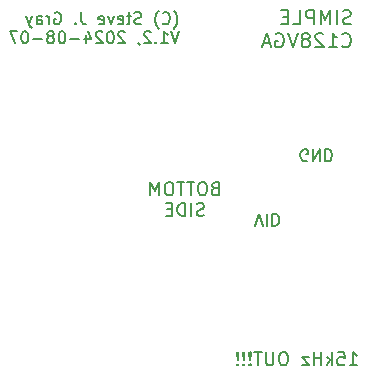
<source format=gbr>
%TF.GenerationSoftware,KiCad,Pcbnew,8.0.4*%
%TF.CreationDate,2024-08-07T16:27:42-04:00*%
%TF.ProjectId,C128VGA,43313238-5647-4412-9e6b-696361645f70,1.0*%
%TF.SameCoordinates,Original*%
%TF.FileFunction,Legend,Bot*%
%TF.FilePolarity,Positive*%
%FSLAX46Y46*%
G04 Gerber Fmt 4.6, Leading zero omitted, Abs format (unit mm)*
G04 Created by KiCad (PCBNEW 8.0.4) date 2024-08-07 16:27:42*
%MOMM*%
%LPD*%
G01*
G04 APERTURE LIST*
%ADD10C,0.150000*%
%ADD11C,0.200000*%
%ADD12C,0.160000*%
G04 APERTURE END LIST*
D10*
X248945421Y-90258780D02*
X249278754Y-89258780D01*
X249278754Y-89258780D02*
X249612087Y-90258780D01*
X249945421Y-89258780D02*
X249945421Y-90258780D01*
X250421611Y-89258780D02*
X250421611Y-90258780D01*
X250421611Y-90258780D02*
X250659706Y-90258780D01*
X250659706Y-90258780D02*
X250802563Y-90211161D01*
X250802563Y-90211161D02*
X250897801Y-90115923D01*
X250897801Y-90115923D02*
X250945420Y-90020685D01*
X250945420Y-90020685D02*
X250993039Y-89830209D01*
X250993039Y-89830209D02*
X250993039Y-89687352D01*
X250993039Y-89687352D02*
X250945420Y-89496876D01*
X250945420Y-89496876D02*
X250897801Y-89401638D01*
X250897801Y-89401638D02*
X250802563Y-89306400D01*
X250802563Y-89306400D02*
X250659706Y-89258780D01*
X250659706Y-89258780D02*
X250421611Y-89258780D01*
D11*
X257068850Y-73164667D02*
X256897422Y-73221809D01*
X256897422Y-73221809D02*
X256611707Y-73221809D01*
X256611707Y-73221809D02*
X256497422Y-73164667D01*
X256497422Y-73164667D02*
X256440279Y-73107524D01*
X256440279Y-73107524D02*
X256383136Y-72993238D01*
X256383136Y-72993238D02*
X256383136Y-72878952D01*
X256383136Y-72878952D02*
X256440279Y-72764667D01*
X256440279Y-72764667D02*
X256497422Y-72707524D01*
X256497422Y-72707524D02*
X256611707Y-72650381D01*
X256611707Y-72650381D02*
X256840279Y-72593238D01*
X256840279Y-72593238D02*
X256954564Y-72536095D01*
X256954564Y-72536095D02*
X257011707Y-72478952D01*
X257011707Y-72478952D02*
X257068850Y-72364667D01*
X257068850Y-72364667D02*
X257068850Y-72250381D01*
X257068850Y-72250381D02*
X257011707Y-72136095D01*
X257011707Y-72136095D02*
X256954564Y-72078952D01*
X256954564Y-72078952D02*
X256840279Y-72021809D01*
X256840279Y-72021809D02*
X256554564Y-72021809D01*
X256554564Y-72021809D02*
X256383136Y-72078952D01*
X255868850Y-73221809D02*
X255868850Y-72021809D01*
X255297421Y-73221809D02*
X255297421Y-72021809D01*
X255297421Y-72021809D02*
X254897421Y-72878952D01*
X254897421Y-72878952D02*
X254497421Y-72021809D01*
X254497421Y-72021809D02*
X254497421Y-73221809D01*
X253925992Y-73221809D02*
X253925992Y-72021809D01*
X253925992Y-72021809D02*
X253468849Y-72021809D01*
X253468849Y-72021809D02*
X253354564Y-72078952D01*
X253354564Y-72078952D02*
X253297421Y-72136095D01*
X253297421Y-72136095D02*
X253240278Y-72250381D01*
X253240278Y-72250381D02*
X253240278Y-72421809D01*
X253240278Y-72421809D02*
X253297421Y-72536095D01*
X253297421Y-72536095D02*
X253354564Y-72593238D01*
X253354564Y-72593238D02*
X253468849Y-72650381D01*
X253468849Y-72650381D02*
X253925992Y-72650381D01*
X252154564Y-73221809D02*
X252725992Y-73221809D01*
X252725992Y-73221809D02*
X252725992Y-72021809D01*
X251754563Y-72593238D02*
X251354563Y-72593238D01*
X251183135Y-73221809D02*
X251754563Y-73221809D01*
X251754563Y-73221809D02*
X251754563Y-72021809D01*
X251754563Y-72021809D02*
X251183135Y-72021809D01*
X256325993Y-75039457D02*
X256383136Y-75096600D01*
X256383136Y-75096600D02*
X256554564Y-75153742D01*
X256554564Y-75153742D02*
X256668850Y-75153742D01*
X256668850Y-75153742D02*
X256840279Y-75096600D01*
X256840279Y-75096600D02*
X256954564Y-74982314D01*
X256954564Y-74982314D02*
X257011707Y-74868028D01*
X257011707Y-74868028D02*
X257068850Y-74639457D01*
X257068850Y-74639457D02*
X257068850Y-74468028D01*
X257068850Y-74468028D02*
X257011707Y-74239457D01*
X257011707Y-74239457D02*
X256954564Y-74125171D01*
X256954564Y-74125171D02*
X256840279Y-74010885D01*
X256840279Y-74010885D02*
X256668850Y-73953742D01*
X256668850Y-73953742D02*
X256554564Y-73953742D01*
X256554564Y-73953742D02*
X256383136Y-74010885D01*
X256383136Y-74010885D02*
X256325993Y-74068028D01*
X255183136Y-75153742D02*
X255868850Y-75153742D01*
X255525993Y-75153742D02*
X255525993Y-73953742D01*
X255525993Y-73953742D02*
X255640279Y-74125171D01*
X255640279Y-74125171D02*
X255754564Y-74239457D01*
X255754564Y-74239457D02*
X255868850Y-74296600D01*
X254725993Y-74068028D02*
X254668850Y-74010885D01*
X254668850Y-74010885D02*
X254554565Y-73953742D01*
X254554565Y-73953742D02*
X254268850Y-73953742D01*
X254268850Y-73953742D02*
X254154565Y-74010885D01*
X254154565Y-74010885D02*
X254097422Y-74068028D01*
X254097422Y-74068028D02*
X254040279Y-74182314D01*
X254040279Y-74182314D02*
X254040279Y-74296600D01*
X254040279Y-74296600D02*
X254097422Y-74468028D01*
X254097422Y-74468028D02*
X254783136Y-75153742D01*
X254783136Y-75153742D02*
X254040279Y-75153742D01*
X253354565Y-74468028D02*
X253468850Y-74410885D01*
X253468850Y-74410885D02*
X253525993Y-74353742D01*
X253525993Y-74353742D02*
X253583136Y-74239457D01*
X253583136Y-74239457D02*
X253583136Y-74182314D01*
X253583136Y-74182314D02*
X253525993Y-74068028D01*
X253525993Y-74068028D02*
X253468850Y-74010885D01*
X253468850Y-74010885D02*
X253354565Y-73953742D01*
X253354565Y-73953742D02*
X253125993Y-73953742D01*
X253125993Y-73953742D02*
X253011708Y-74010885D01*
X253011708Y-74010885D02*
X252954565Y-74068028D01*
X252954565Y-74068028D02*
X252897422Y-74182314D01*
X252897422Y-74182314D02*
X252897422Y-74239457D01*
X252897422Y-74239457D02*
X252954565Y-74353742D01*
X252954565Y-74353742D02*
X253011708Y-74410885D01*
X253011708Y-74410885D02*
X253125993Y-74468028D01*
X253125993Y-74468028D02*
X253354565Y-74468028D01*
X253354565Y-74468028D02*
X253468850Y-74525171D01*
X253468850Y-74525171D02*
X253525993Y-74582314D01*
X253525993Y-74582314D02*
X253583136Y-74696600D01*
X253583136Y-74696600D02*
X253583136Y-74925171D01*
X253583136Y-74925171D02*
X253525993Y-75039457D01*
X253525993Y-75039457D02*
X253468850Y-75096600D01*
X253468850Y-75096600D02*
X253354565Y-75153742D01*
X253354565Y-75153742D02*
X253125993Y-75153742D01*
X253125993Y-75153742D02*
X253011708Y-75096600D01*
X253011708Y-75096600D02*
X252954565Y-75039457D01*
X252954565Y-75039457D02*
X252897422Y-74925171D01*
X252897422Y-74925171D02*
X252897422Y-74696600D01*
X252897422Y-74696600D02*
X252954565Y-74582314D01*
X252954565Y-74582314D02*
X253011708Y-74525171D01*
X253011708Y-74525171D02*
X253125993Y-74468028D01*
X252554565Y-73953742D02*
X252154565Y-75153742D01*
X252154565Y-75153742D02*
X251754565Y-73953742D01*
X250725994Y-74010885D02*
X250840280Y-73953742D01*
X250840280Y-73953742D02*
X251011708Y-73953742D01*
X251011708Y-73953742D02*
X251183137Y-74010885D01*
X251183137Y-74010885D02*
X251297422Y-74125171D01*
X251297422Y-74125171D02*
X251354565Y-74239457D01*
X251354565Y-74239457D02*
X251411708Y-74468028D01*
X251411708Y-74468028D02*
X251411708Y-74639457D01*
X251411708Y-74639457D02*
X251354565Y-74868028D01*
X251354565Y-74868028D02*
X251297422Y-74982314D01*
X251297422Y-74982314D02*
X251183137Y-75096600D01*
X251183137Y-75096600D02*
X251011708Y-75153742D01*
X251011708Y-75153742D02*
X250897422Y-75153742D01*
X250897422Y-75153742D02*
X250725994Y-75096600D01*
X250725994Y-75096600D02*
X250668851Y-75039457D01*
X250668851Y-75039457D02*
X250668851Y-74639457D01*
X250668851Y-74639457D02*
X250897422Y-74639457D01*
X250211708Y-74810885D02*
X249640280Y-74810885D01*
X250325994Y-75153742D02*
X249925994Y-73953742D01*
X249925994Y-73953742D02*
X249525994Y-75153742D01*
D10*
X256953780Y-102067180D02*
X257582352Y-102067180D01*
X257268066Y-102067180D02*
X257268066Y-100967180D01*
X257268066Y-100967180D02*
X257372828Y-101124323D01*
X257372828Y-101124323D02*
X257477590Y-101229085D01*
X257477590Y-101229085D02*
X257582352Y-101281466D01*
X255958542Y-100967180D02*
X256482352Y-100967180D01*
X256482352Y-100967180D02*
X256534733Y-101490990D01*
X256534733Y-101490990D02*
X256482352Y-101438609D01*
X256482352Y-101438609D02*
X256377590Y-101386228D01*
X256377590Y-101386228D02*
X256115685Y-101386228D01*
X256115685Y-101386228D02*
X256010923Y-101438609D01*
X256010923Y-101438609D02*
X255958542Y-101490990D01*
X255958542Y-101490990D02*
X255906161Y-101595752D01*
X255906161Y-101595752D02*
X255906161Y-101857657D01*
X255906161Y-101857657D02*
X255958542Y-101962419D01*
X255958542Y-101962419D02*
X256010923Y-102014800D01*
X256010923Y-102014800D02*
X256115685Y-102067180D01*
X256115685Y-102067180D02*
X256377590Y-102067180D01*
X256377590Y-102067180D02*
X256482352Y-102014800D01*
X256482352Y-102014800D02*
X256534733Y-101962419D01*
X255434733Y-102067180D02*
X255434733Y-100967180D01*
X255329971Y-101648133D02*
X255015685Y-102067180D01*
X255015685Y-101333847D02*
X255434733Y-101752895D01*
X254544257Y-102067180D02*
X254544257Y-100967180D01*
X254544257Y-101490990D02*
X253915685Y-101490990D01*
X253915685Y-102067180D02*
X253915685Y-100967180D01*
X253496638Y-101333847D02*
X252920447Y-101333847D01*
X252920447Y-101333847D02*
X253496638Y-102067180D01*
X253496638Y-102067180D02*
X252920447Y-102067180D01*
X251453781Y-100967180D02*
X251244257Y-100967180D01*
X251244257Y-100967180D02*
X251139495Y-101019561D01*
X251139495Y-101019561D02*
X251034733Y-101124323D01*
X251034733Y-101124323D02*
X250982352Y-101333847D01*
X250982352Y-101333847D02*
X250982352Y-101700514D01*
X250982352Y-101700514D02*
X251034733Y-101910038D01*
X251034733Y-101910038D02*
X251139495Y-102014800D01*
X251139495Y-102014800D02*
X251244257Y-102067180D01*
X251244257Y-102067180D02*
X251453781Y-102067180D01*
X251453781Y-102067180D02*
X251558543Y-102014800D01*
X251558543Y-102014800D02*
X251663305Y-101910038D01*
X251663305Y-101910038D02*
X251715686Y-101700514D01*
X251715686Y-101700514D02*
X251715686Y-101333847D01*
X251715686Y-101333847D02*
X251663305Y-101124323D01*
X251663305Y-101124323D02*
X251558543Y-101019561D01*
X251558543Y-101019561D02*
X251453781Y-100967180D01*
X250510924Y-100967180D02*
X250510924Y-101857657D01*
X250510924Y-101857657D02*
X250458543Y-101962419D01*
X250458543Y-101962419D02*
X250406162Y-102014800D01*
X250406162Y-102014800D02*
X250301400Y-102067180D01*
X250301400Y-102067180D02*
X250091876Y-102067180D01*
X250091876Y-102067180D02*
X249987114Y-102014800D01*
X249987114Y-102014800D02*
X249934733Y-101962419D01*
X249934733Y-101962419D02*
X249882352Y-101857657D01*
X249882352Y-101857657D02*
X249882352Y-100967180D01*
X249515686Y-100967180D02*
X248887114Y-100967180D01*
X249201400Y-102067180D02*
X249201400Y-100967180D01*
X248520448Y-101962419D02*
X248468067Y-102014800D01*
X248468067Y-102014800D02*
X248520448Y-102067180D01*
X248520448Y-102067180D02*
X248572829Y-102014800D01*
X248572829Y-102014800D02*
X248520448Y-101962419D01*
X248520448Y-101962419D02*
X248520448Y-102067180D01*
X248520448Y-101648133D02*
X248572829Y-101019561D01*
X248572829Y-101019561D02*
X248520448Y-100967180D01*
X248520448Y-100967180D02*
X248468067Y-101019561D01*
X248468067Y-101019561D02*
X248520448Y-101648133D01*
X248520448Y-101648133D02*
X248520448Y-100967180D01*
X247996638Y-101962419D02*
X247944257Y-102014800D01*
X247944257Y-102014800D02*
X247996638Y-102067180D01*
X247996638Y-102067180D02*
X248049019Y-102014800D01*
X248049019Y-102014800D02*
X247996638Y-101962419D01*
X247996638Y-101962419D02*
X247996638Y-102067180D01*
X247996638Y-101648133D02*
X248049019Y-101019561D01*
X248049019Y-101019561D02*
X247996638Y-100967180D01*
X247996638Y-100967180D02*
X247944257Y-101019561D01*
X247944257Y-101019561D02*
X247996638Y-101648133D01*
X247996638Y-101648133D02*
X247996638Y-100967180D01*
X247472828Y-101962419D02*
X247420447Y-102014800D01*
X247420447Y-102014800D02*
X247472828Y-102067180D01*
X247472828Y-102067180D02*
X247525209Y-102014800D01*
X247525209Y-102014800D02*
X247472828Y-101962419D01*
X247472828Y-101962419D02*
X247472828Y-102067180D01*
X247472828Y-101648133D02*
X247525209Y-101019561D01*
X247525209Y-101019561D02*
X247472828Y-100967180D01*
X247472828Y-100967180D02*
X247420447Y-101019561D01*
X247420447Y-101019561D02*
X247472828Y-101648133D01*
X247472828Y-101648133D02*
X247472828Y-100967180D01*
X242074506Y-73570827D02*
X242122125Y-73523208D01*
X242122125Y-73523208D02*
X242217363Y-73380351D01*
X242217363Y-73380351D02*
X242264982Y-73285113D01*
X242264982Y-73285113D02*
X242312601Y-73142256D01*
X242312601Y-73142256D02*
X242360220Y-72904160D01*
X242360220Y-72904160D02*
X242360220Y-72713684D01*
X242360220Y-72713684D02*
X242312601Y-72475589D01*
X242312601Y-72475589D02*
X242264982Y-72332732D01*
X242264982Y-72332732D02*
X242217363Y-72237494D01*
X242217363Y-72237494D02*
X242122125Y-72094636D01*
X242122125Y-72094636D02*
X242074506Y-72047017D01*
X241122125Y-73094636D02*
X241169744Y-73142256D01*
X241169744Y-73142256D02*
X241312601Y-73189875D01*
X241312601Y-73189875D02*
X241407839Y-73189875D01*
X241407839Y-73189875D02*
X241550696Y-73142256D01*
X241550696Y-73142256D02*
X241645934Y-73047017D01*
X241645934Y-73047017D02*
X241693553Y-72951779D01*
X241693553Y-72951779D02*
X241741172Y-72761303D01*
X241741172Y-72761303D02*
X241741172Y-72618446D01*
X241741172Y-72618446D02*
X241693553Y-72427970D01*
X241693553Y-72427970D02*
X241645934Y-72332732D01*
X241645934Y-72332732D02*
X241550696Y-72237494D01*
X241550696Y-72237494D02*
X241407839Y-72189875D01*
X241407839Y-72189875D02*
X241312601Y-72189875D01*
X241312601Y-72189875D02*
X241169744Y-72237494D01*
X241169744Y-72237494D02*
X241122125Y-72285113D01*
X240788791Y-73570827D02*
X240741172Y-73523208D01*
X240741172Y-73523208D02*
X240645934Y-73380351D01*
X240645934Y-73380351D02*
X240598315Y-73285113D01*
X240598315Y-73285113D02*
X240550696Y-73142256D01*
X240550696Y-73142256D02*
X240503077Y-72904160D01*
X240503077Y-72904160D02*
X240503077Y-72713684D01*
X240503077Y-72713684D02*
X240550696Y-72475589D01*
X240550696Y-72475589D02*
X240598315Y-72332732D01*
X240598315Y-72332732D02*
X240645934Y-72237494D01*
X240645934Y-72237494D02*
X240741172Y-72094636D01*
X240741172Y-72094636D02*
X240788791Y-72047017D01*
X239312600Y-73142256D02*
X239169743Y-73189875D01*
X239169743Y-73189875D02*
X238931648Y-73189875D01*
X238931648Y-73189875D02*
X238836410Y-73142256D01*
X238836410Y-73142256D02*
X238788791Y-73094636D01*
X238788791Y-73094636D02*
X238741172Y-72999398D01*
X238741172Y-72999398D02*
X238741172Y-72904160D01*
X238741172Y-72904160D02*
X238788791Y-72808922D01*
X238788791Y-72808922D02*
X238836410Y-72761303D01*
X238836410Y-72761303D02*
X238931648Y-72713684D01*
X238931648Y-72713684D02*
X239122124Y-72666065D01*
X239122124Y-72666065D02*
X239217362Y-72618446D01*
X239217362Y-72618446D02*
X239264981Y-72570827D01*
X239264981Y-72570827D02*
X239312600Y-72475589D01*
X239312600Y-72475589D02*
X239312600Y-72380351D01*
X239312600Y-72380351D02*
X239264981Y-72285113D01*
X239264981Y-72285113D02*
X239217362Y-72237494D01*
X239217362Y-72237494D02*
X239122124Y-72189875D01*
X239122124Y-72189875D02*
X238884029Y-72189875D01*
X238884029Y-72189875D02*
X238741172Y-72237494D01*
X238455457Y-72523208D02*
X238074505Y-72523208D01*
X238312600Y-72189875D02*
X238312600Y-73047017D01*
X238312600Y-73047017D02*
X238264981Y-73142256D01*
X238264981Y-73142256D02*
X238169743Y-73189875D01*
X238169743Y-73189875D02*
X238074505Y-73189875D01*
X237360219Y-73142256D02*
X237455457Y-73189875D01*
X237455457Y-73189875D02*
X237645933Y-73189875D01*
X237645933Y-73189875D02*
X237741171Y-73142256D01*
X237741171Y-73142256D02*
X237788790Y-73047017D01*
X237788790Y-73047017D02*
X237788790Y-72666065D01*
X237788790Y-72666065D02*
X237741171Y-72570827D01*
X237741171Y-72570827D02*
X237645933Y-72523208D01*
X237645933Y-72523208D02*
X237455457Y-72523208D01*
X237455457Y-72523208D02*
X237360219Y-72570827D01*
X237360219Y-72570827D02*
X237312600Y-72666065D01*
X237312600Y-72666065D02*
X237312600Y-72761303D01*
X237312600Y-72761303D02*
X237788790Y-72856541D01*
X236979266Y-72523208D02*
X236741171Y-73189875D01*
X236741171Y-73189875D02*
X236503076Y-72523208D01*
X235741171Y-73142256D02*
X235836409Y-73189875D01*
X235836409Y-73189875D02*
X236026885Y-73189875D01*
X236026885Y-73189875D02*
X236122123Y-73142256D01*
X236122123Y-73142256D02*
X236169742Y-73047017D01*
X236169742Y-73047017D02*
X236169742Y-72666065D01*
X236169742Y-72666065D02*
X236122123Y-72570827D01*
X236122123Y-72570827D02*
X236026885Y-72523208D01*
X236026885Y-72523208D02*
X235836409Y-72523208D01*
X235836409Y-72523208D02*
X235741171Y-72570827D01*
X235741171Y-72570827D02*
X235693552Y-72666065D01*
X235693552Y-72666065D02*
X235693552Y-72761303D01*
X235693552Y-72761303D02*
X236169742Y-72856541D01*
X234217361Y-72189875D02*
X234217361Y-72904160D01*
X234217361Y-72904160D02*
X234264980Y-73047017D01*
X234264980Y-73047017D02*
X234360218Y-73142256D01*
X234360218Y-73142256D02*
X234503075Y-73189875D01*
X234503075Y-73189875D02*
X234598313Y-73189875D01*
X233741170Y-73094636D02*
X233693551Y-73142256D01*
X233693551Y-73142256D02*
X233741170Y-73189875D01*
X233741170Y-73189875D02*
X233788789Y-73142256D01*
X233788789Y-73142256D02*
X233741170Y-73094636D01*
X233741170Y-73094636D02*
X233741170Y-73189875D01*
X231979266Y-72237494D02*
X232074504Y-72189875D01*
X232074504Y-72189875D02*
X232217361Y-72189875D01*
X232217361Y-72189875D02*
X232360218Y-72237494D01*
X232360218Y-72237494D02*
X232455456Y-72332732D01*
X232455456Y-72332732D02*
X232503075Y-72427970D01*
X232503075Y-72427970D02*
X232550694Y-72618446D01*
X232550694Y-72618446D02*
X232550694Y-72761303D01*
X232550694Y-72761303D02*
X232503075Y-72951779D01*
X232503075Y-72951779D02*
X232455456Y-73047017D01*
X232455456Y-73047017D02*
X232360218Y-73142256D01*
X232360218Y-73142256D02*
X232217361Y-73189875D01*
X232217361Y-73189875D02*
X232122123Y-73189875D01*
X232122123Y-73189875D02*
X231979266Y-73142256D01*
X231979266Y-73142256D02*
X231931647Y-73094636D01*
X231931647Y-73094636D02*
X231931647Y-72761303D01*
X231931647Y-72761303D02*
X232122123Y-72761303D01*
X231503075Y-73189875D02*
X231503075Y-72523208D01*
X231503075Y-72713684D02*
X231455456Y-72618446D01*
X231455456Y-72618446D02*
X231407837Y-72570827D01*
X231407837Y-72570827D02*
X231312599Y-72523208D01*
X231312599Y-72523208D02*
X231217361Y-72523208D01*
X230455456Y-73189875D02*
X230455456Y-72666065D01*
X230455456Y-72666065D02*
X230503075Y-72570827D01*
X230503075Y-72570827D02*
X230598313Y-72523208D01*
X230598313Y-72523208D02*
X230788789Y-72523208D01*
X230788789Y-72523208D02*
X230884027Y-72570827D01*
X230455456Y-73142256D02*
X230550694Y-73189875D01*
X230550694Y-73189875D02*
X230788789Y-73189875D01*
X230788789Y-73189875D02*
X230884027Y-73142256D01*
X230884027Y-73142256D02*
X230931646Y-73047017D01*
X230931646Y-73047017D02*
X230931646Y-72951779D01*
X230931646Y-72951779D02*
X230884027Y-72856541D01*
X230884027Y-72856541D02*
X230788789Y-72808922D01*
X230788789Y-72808922D02*
X230550694Y-72808922D01*
X230550694Y-72808922D02*
X230455456Y-72761303D01*
X230074503Y-72523208D02*
X229836408Y-73189875D01*
X229598313Y-72523208D02*
X229836408Y-73189875D01*
X229836408Y-73189875D02*
X229931646Y-73427970D01*
X229931646Y-73427970D02*
X229979265Y-73475589D01*
X229979265Y-73475589D02*
X230074503Y-73523208D01*
X242503077Y-73799819D02*
X242169744Y-74799819D01*
X242169744Y-74799819D02*
X241836411Y-73799819D01*
X240979268Y-74799819D02*
X241550696Y-74799819D01*
X241264982Y-74799819D02*
X241264982Y-73799819D01*
X241264982Y-73799819D02*
X241360220Y-73942676D01*
X241360220Y-73942676D02*
X241455458Y-74037914D01*
X241455458Y-74037914D02*
X241550696Y-74085533D01*
X240550696Y-74704580D02*
X240503077Y-74752200D01*
X240503077Y-74752200D02*
X240550696Y-74799819D01*
X240550696Y-74799819D02*
X240598315Y-74752200D01*
X240598315Y-74752200D02*
X240550696Y-74704580D01*
X240550696Y-74704580D02*
X240550696Y-74799819D01*
X240122125Y-73895057D02*
X240074506Y-73847438D01*
X240074506Y-73847438D02*
X239979268Y-73799819D01*
X239979268Y-73799819D02*
X239741173Y-73799819D01*
X239741173Y-73799819D02*
X239645935Y-73847438D01*
X239645935Y-73847438D02*
X239598316Y-73895057D01*
X239598316Y-73895057D02*
X239550697Y-73990295D01*
X239550697Y-73990295D02*
X239550697Y-74085533D01*
X239550697Y-74085533D02*
X239598316Y-74228390D01*
X239598316Y-74228390D02*
X240169744Y-74799819D01*
X240169744Y-74799819D02*
X239550697Y-74799819D01*
X239074506Y-74752200D02*
X239074506Y-74799819D01*
X239074506Y-74799819D02*
X239122125Y-74895057D01*
X239122125Y-74895057D02*
X239169744Y-74942676D01*
X237931649Y-73895057D02*
X237884030Y-73847438D01*
X237884030Y-73847438D02*
X237788792Y-73799819D01*
X237788792Y-73799819D02*
X237550697Y-73799819D01*
X237550697Y-73799819D02*
X237455459Y-73847438D01*
X237455459Y-73847438D02*
X237407840Y-73895057D01*
X237407840Y-73895057D02*
X237360221Y-73990295D01*
X237360221Y-73990295D02*
X237360221Y-74085533D01*
X237360221Y-74085533D02*
X237407840Y-74228390D01*
X237407840Y-74228390D02*
X237979268Y-74799819D01*
X237979268Y-74799819D02*
X237360221Y-74799819D01*
X236741173Y-73799819D02*
X236645935Y-73799819D01*
X236645935Y-73799819D02*
X236550697Y-73847438D01*
X236550697Y-73847438D02*
X236503078Y-73895057D01*
X236503078Y-73895057D02*
X236455459Y-73990295D01*
X236455459Y-73990295D02*
X236407840Y-74180771D01*
X236407840Y-74180771D02*
X236407840Y-74418866D01*
X236407840Y-74418866D02*
X236455459Y-74609342D01*
X236455459Y-74609342D02*
X236503078Y-74704580D01*
X236503078Y-74704580D02*
X236550697Y-74752200D01*
X236550697Y-74752200D02*
X236645935Y-74799819D01*
X236645935Y-74799819D02*
X236741173Y-74799819D01*
X236741173Y-74799819D02*
X236836411Y-74752200D01*
X236836411Y-74752200D02*
X236884030Y-74704580D01*
X236884030Y-74704580D02*
X236931649Y-74609342D01*
X236931649Y-74609342D02*
X236979268Y-74418866D01*
X236979268Y-74418866D02*
X236979268Y-74180771D01*
X236979268Y-74180771D02*
X236931649Y-73990295D01*
X236931649Y-73990295D02*
X236884030Y-73895057D01*
X236884030Y-73895057D02*
X236836411Y-73847438D01*
X236836411Y-73847438D02*
X236741173Y-73799819D01*
X236026887Y-73895057D02*
X235979268Y-73847438D01*
X235979268Y-73847438D02*
X235884030Y-73799819D01*
X235884030Y-73799819D02*
X235645935Y-73799819D01*
X235645935Y-73799819D02*
X235550697Y-73847438D01*
X235550697Y-73847438D02*
X235503078Y-73895057D01*
X235503078Y-73895057D02*
X235455459Y-73990295D01*
X235455459Y-73990295D02*
X235455459Y-74085533D01*
X235455459Y-74085533D02*
X235503078Y-74228390D01*
X235503078Y-74228390D02*
X236074506Y-74799819D01*
X236074506Y-74799819D02*
X235455459Y-74799819D01*
X234598316Y-74133152D02*
X234598316Y-74799819D01*
X234836411Y-73752200D02*
X235074506Y-74466485D01*
X235074506Y-74466485D02*
X234455459Y-74466485D01*
X234074506Y-74418866D02*
X233312602Y-74418866D01*
X232645935Y-73799819D02*
X232550697Y-73799819D01*
X232550697Y-73799819D02*
X232455459Y-73847438D01*
X232455459Y-73847438D02*
X232407840Y-73895057D01*
X232407840Y-73895057D02*
X232360221Y-73990295D01*
X232360221Y-73990295D02*
X232312602Y-74180771D01*
X232312602Y-74180771D02*
X232312602Y-74418866D01*
X232312602Y-74418866D02*
X232360221Y-74609342D01*
X232360221Y-74609342D02*
X232407840Y-74704580D01*
X232407840Y-74704580D02*
X232455459Y-74752200D01*
X232455459Y-74752200D02*
X232550697Y-74799819D01*
X232550697Y-74799819D02*
X232645935Y-74799819D01*
X232645935Y-74799819D02*
X232741173Y-74752200D01*
X232741173Y-74752200D02*
X232788792Y-74704580D01*
X232788792Y-74704580D02*
X232836411Y-74609342D01*
X232836411Y-74609342D02*
X232884030Y-74418866D01*
X232884030Y-74418866D02*
X232884030Y-74180771D01*
X232884030Y-74180771D02*
X232836411Y-73990295D01*
X232836411Y-73990295D02*
X232788792Y-73895057D01*
X232788792Y-73895057D02*
X232741173Y-73847438D01*
X232741173Y-73847438D02*
X232645935Y-73799819D01*
X231741173Y-74228390D02*
X231836411Y-74180771D01*
X231836411Y-74180771D02*
X231884030Y-74133152D01*
X231884030Y-74133152D02*
X231931649Y-74037914D01*
X231931649Y-74037914D02*
X231931649Y-73990295D01*
X231931649Y-73990295D02*
X231884030Y-73895057D01*
X231884030Y-73895057D02*
X231836411Y-73847438D01*
X231836411Y-73847438D02*
X231741173Y-73799819D01*
X231741173Y-73799819D02*
X231550697Y-73799819D01*
X231550697Y-73799819D02*
X231455459Y-73847438D01*
X231455459Y-73847438D02*
X231407840Y-73895057D01*
X231407840Y-73895057D02*
X231360221Y-73990295D01*
X231360221Y-73990295D02*
X231360221Y-74037914D01*
X231360221Y-74037914D02*
X231407840Y-74133152D01*
X231407840Y-74133152D02*
X231455459Y-74180771D01*
X231455459Y-74180771D02*
X231550697Y-74228390D01*
X231550697Y-74228390D02*
X231741173Y-74228390D01*
X231741173Y-74228390D02*
X231836411Y-74276009D01*
X231836411Y-74276009D02*
X231884030Y-74323628D01*
X231884030Y-74323628D02*
X231931649Y-74418866D01*
X231931649Y-74418866D02*
X231931649Y-74609342D01*
X231931649Y-74609342D02*
X231884030Y-74704580D01*
X231884030Y-74704580D02*
X231836411Y-74752200D01*
X231836411Y-74752200D02*
X231741173Y-74799819D01*
X231741173Y-74799819D02*
X231550697Y-74799819D01*
X231550697Y-74799819D02*
X231455459Y-74752200D01*
X231455459Y-74752200D02*
X231407840Y-74704580D01*
X231407840Y-74704580D02*
X231360221Y-74609342D01*
X231360221Y-74609342D02*
X231360221Y-74418866D01*
X231360221Y-74418866D02*
X231407840Y-74323628D01*
X231407840Y-74323628D02*
X231455459Y-74276009D01*
X231455459Y-74276009D02*
X231550697Y-74228390D01*
X230931649Y-74418866D02*
X230169745Y-74418866D01*
X229503078Y-73799819D02*
X229407840Y-73799819D01*
X229407840Y-73799819D02*
X229312602Y-73847438D01*
X229312602Y-73847438D02*
X229264983Y-73895057D01*
X229264983Y-73895057D02*
X229217364Y-73990295D01*
X229217364Y-73990295D02*
X229169745Y-74180771D01*
X229169745Y-74180771D02*
X229169745Y-74418866D01*
X229169745Y-74418866D02*
X229217364Y-74609342D01*
X229217364Y-74609342D02*
X229264983Y-74704580D01*
X229264983Y-74704580D02*
X229312602Y-74752200D01*
X229312602Y-74752200D02*
X229407840Y-74799819D01*
X229407840Y-74799819D02*
X229503078Y-74799819D01*
X229503078Y-74799819D02*
X229598316Y-74752200D01*
X229598316Y-74752200D02*
X229645935Y-74704580D01*
X229645935Y-74704580D02*
X229693554Y-74609342D01*
X229693554Y-74609342D02*
X229741173Y-74418866D01*
X229741173Y-74418866D02*
X229741173Y-74180771D01*
X229741173Y-74180771D02*
X229693554Y-73990295D01*
X229693554Y-73990295D02*
X229645935Y-73895057D01*
X229645935Y-73895057D02*
X229598316Y-73847438D01*
X229598316Y-73847438D02*
X229503078Y-73799819D01*
X228836411Y-73799819D02*
X228169745Y-73799819D01*
X228169745Y-73799819D02*
X228598316Y-74799819D01*
D12*
X245542275Y-87095732D02*
X245385132Y-87148113D01*
X245385132Y-87148113D02*
X245332751Y-87200494D01*
X245332751Y-87200494D02*
X245280370Y-87305256D01*
X245280370Y-87305256D02*
X245280370Y-87462399D01*
X245280370Y-87462399D02*
X245332751Y-87567161D01*
X245332751Y-87567161D02*
X245385132Y-87619542D01*
X245385132Y-87619542D02*
X245489894Y-87671922D01*
X245489894Y-87671922D02*
X245908942Y-87671922D01*
X245908942Y-87671922D02*
X245908942Y-86571922D01*
X245908942Y-86571922D02*
X245542275Y-86571922D01*
X245542275Y-86571922D02*
X245437513Y-86624303D01*
X245437513Y-86624303D02*
X245385132Y-86676684D01*
X245385132Y-86676684D02*
X245332751Y-86781446D01*
X245332751Y-86781446D02*
X245332751Y-86886208D01*
X245332751Y-86886208D02*
X245385132Y-86990970D01*
X245385132Y-86990970D02*
X245437513Y-87043351D01*
X245437513Y-87043351D02*
X245542275Y-87095732D01*
X245542275Y-87095732D02*
X245908942Y-87095732D01*
X244599418Y-86571922D02*
X244389894Y-86571922D01*
X244389894Y-86571922D02*
X244285132Y-86624303D01*
X244285132Y-86624303D02*
X244180370Y-86729065D01*
X244180370Y-86729065D02*
X244127989Y-86938589D01*
X244127989Y-86938589D02*
X244127989Y-87305256D01*
X244127989Y-87305256D02*
X244180370Y-87514780D01*
X244180370Y-87514780D02*
X244285132Y-87619542D01*
X244285132Y-87619542D02*
X244389894Y-87671922D01*
X244389894Y-87671922D02*
X244599418Y-87671922D01*
X244599418Y-87671922D02*
X244704180Y-87619542D01*
X244704180Y-87619542D02*
X244808942Y-87514780D01*
X244808942Y-87514780D02*
X244861323Y-87305256D01*
X244861323Y-87305256D02*
X244861323Y-86938589D01*
X244861323Y-86938589D02*
X244808942Y-86729065D01*
X244808942Y-86729065D02*
X244704180Y-86624303D01*
X244704180Y-86624303D02*
X244599418Y-86571922D01*
X243813704Y-86571922D02*
X243185132Y-86571922D01*
X243499418Y-87671922D02*
X243499418Y-86571922D01*
X242975609Y-86571922D02*
X242347037Y-86571922D01*
X242661323Y-87671922D02*
X242661323Y-86571922D01*
X241770847Y-86571922D02*
X241561323Y-86571922D01*
X241561323Y-86571922D02*
X241456561Y-86624303D01*
X241456561Y-86624303D02*
X241351799Y-86729065D01*
X241351799Y-86729065D02*
X241299418Y-86938589D01*
X241299418Y-86938589D02*
X241299418Y-87305256D01*
X241299418Y-87305256D02*
X241351799Y-87514780D01*
X241351799Y-87514780D02*
X241456561Y-87619542D01*
X241456561Y-87619542D02*
X241561323Y-87671922D01*
X241561323Y-87671922D02*
X241770847Y-87671922D01*
X241770847Y-87671922D02*
X241875609Y-87619542D01*
X241875609Y-87619542D02*
X241980371Y-87514780D01*
X241980371Y-87514780D02*
X242032752Y-87305256D01*
X242032752Y-87305256D02*
X242032752Y-86938589D01*
X242032752Y-86938589D02*
X241980371Y-86729065D01*
X241980371Y-86729065D02*
X241875609Y-86624303D01*
X241875609Y-86624303D02*
X241770847Y-86571922D01*
X240827990Y-87671922D02*
X240827990Y-86571922D01*
X240827990Y-86571922D02*
X240461323Y-87357637D01*
X240461323Y-87357637D02*
X240094656Y-86571922D01*
X240094656Y-86571922D02*
X240094656Y-87671922D01*
X244625609Y-89390480D02*
X244468466Y-89442860D01*
X244468466Y-89442860D02*
X244206561Y-89442860D01*
X244206561Y-89442860D02*
X244101799Y-89390480D01*
X244101799Y-89390480D02*
X244049418Y-89338099D01*
X244049418Y-89338099D02*
X243997037Y-89233337D01*
X243997037Y-89233337D02*
X243997037Y-89128575D01*
X243997037Y-89128575D02*
X244049418Y-89023813D01*
X244049418Y-89023813D02*
X244101799Y-88971432D01*
X244101799Y-88971432D02*
X244206561Y-88919051D01*
X244206561Y-88919051D02*
X244416085Y-88866670D01*
X244416085Y-88866670D02*
X244520847Y-88814289D01*
X244520847Y-88814289D02*
X244573228Y-88761908D01*
X244573228Y-88761908D02*
X244625609Y-88657146D01*
X244625609Y-88657146D02*
X244625609Y-88552384D01*
X244625609Y-88552384D02*
X244573228Y-88447622D01*
X244573228Y-88447622D02*
X244520847Y-88395241D01*
X244520847Y-88395241D02*
X244416085Y-88342860D01*
X244416085Y-88342860D02*
X244154180Y-88342860D01*
X244154180Y-88342860D02*
X243997037Y-88395241D01*
X243525609Y-89442860D02*
X243525609Y-88342860D01*
X243001799Y-89442860D02*
X243001799Y-88342860D01*
X243001799Y-88342860D02*
X242739894Y-88342860D01*
X242739894Y-88342860D02*
X242582751Y-88395241D01*
X242582751Y-88395241D02*
X242477989Y-88500003D01*
X242477989Y-88500003D02*
X242425608Y-88604765D01*
X242425608Y-88604765D02*
X242373227Y-88814289D01*
X242373227Y-88814289D02*
X242373227Y-88971432D01*
X242373227Y-88971432D02*
X242425608Y-89180956D01*
X242425608Y-89180956D02*
X242477989Y-89285718D01*
X242477989Y-89285718D02*
X242582751Y-89390480D01*
X242582751Y-89390480D02*
X242739894Y-89442860D01*
X242739894Y-89442860D02*
X243001799Y-89442860D01*
X241901799Y-88866670D02*
X241535132Y-88866670D01*
X241377989Y-89442860D02*
X241901799Y-89442860D01*
X241901799Y-89442860D02*
X241901799Y-88342860D01*
X241901799Y-88342860D02*
X241377989Y-88342860D01*
D10*
X253368201Y-84750161D02*
X253272963Y-84797780D01*
X253272963Y-84797780D02*
X253130106Y-84797780D01*
X253130106Y-84797780D02*
X252987249Y-84750161D01*
X252987249Y-84750161D02*
X252892011Y-84654923D01*
X252892011Y-84654923D02*
X252844392Y-84559685D01*
X252844392Y-84559685D02*
X252796773Y-84369209D01*
X252796773Y-84369209D02*
X252796773Y-84226352D01*
X252796773Y-84226352D02*
X252844392Y-84035876D01*
X252844392Y-84035876D02*
X252892011Y-83940638D01*
X252892011Y-83940638D02*
X252987249Y-83845400D01*
X252987249Y-83845400D02*
X253130106Y-83797780D01*
X253130106Y-83797780D02*
X253225344Y-83797780D01*
X253225344Y-83797780D02*
X253368201Y-83845400D01*
X253368201Y-83845400D02*
X253415820Y-83893019D01*
X253415820Y-83893019D02*
X253415820Y-84226352D01*
X253415820Y-84226352D02*
X253225344Y-84226352D01*
X253844392Y-83797780D02*
X253844392Y-84797780D01*
X253844392Y-84797780D02*
X254415820Y-83797780D01*
X254415820Y-83797780D02*
X254415820Y-84797780D01*
X254892011Y-83797780D02*
X254892011Y-84797780D01*
X254892011Y-84797780D02*
X255130106Y-84797780D01*
X255130106Y-84797780D02*
X255272963Y-84750161D01*
X255272963Y-84750161D02*
X255368201Y-84654923D01*
X255368201Y-84654923D02*
X255415820Y-84559685D01*
X255415820Y-84559685D02*
X255463439Y-84369209D01*
X255463439Y-84369209D02*
X255463439Y-84226352D01*
X255463439Y-84226352D02*
X255415820Y-84035876D01*
X255415820Y-84035876D02*
X255368201Y-83940638D01*
X255368201Y-83940638D02*
X255272963Y-83845400D01*
X255272963Y-83845400D02*
X255130106Y-83797780D01*
X255130106Y-83797780D02*
X254892011Y-83797780D01*
M02*

</source>
